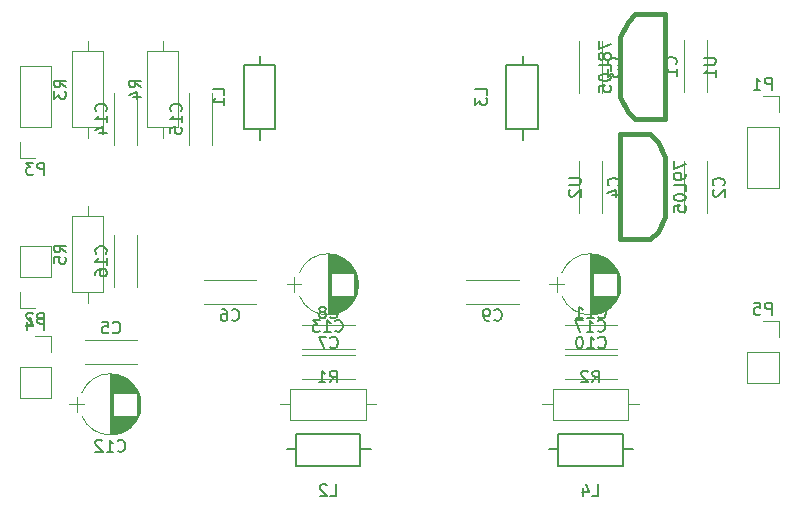
<source format=gbr>
G04 #@! TF.FileFunction,Legend,Bot*
%FSLAX46Y46*%
G04 Gerber Fmt 4.6, Leading zero omitted, Abs format (unit mm)*
G04 Created by KiCad (PCBNEW 4.0.6-e0-6349~53~ubuntu16.04.1) date Thu Apr 27 14:53:58 2017*
%MOMM*%
%LPD*%
G01*
G04 APERTURE LIST*
%ADD10C,0.100000*%
%ADD11C,0.150000*%
%ADD12C,0.120000*%
%ADD13C,0.381000*%
%ADD14C,0.203200*%
G04 APERTURE END LIST*
D10*
D11*
X35384740Y23495000D02*
X34622740Y23495000D01*
X40845740Y23495000D02*
X41734740Y23495000D01*
X35384740Y24765000D02*
X35384740Y22098000D01*
X35384740Y22098000D02*
X40845740Y22098000D01*
X40845740Y22098000D02*
X40845740Y24765000D01*
X40845740Y24765000D02*
X35384740Y24765000D01*
D12*
X16470000Y43215000D02*
X19090000Y43215000D01*
X19090000Y43215000D02*
X19090000Y36795000D01*
X19090000Y36795000D02*
X16470000Y36795000D01*
X16470000Y36795000D02*
X16470000Y43215000D01*
X17780000Y44105000D02*
X17780000Y43215000D01*
X17780000Y35905000D02*
X17780000Y36795000D01*
D11*
X32385000Y56055260D02*
X32385000Y56817260D01*
X32385000Y50594260D02*
X32385000Y49705260D01*
X33655000Y56055260D02*
X30988000Y56055260D01*
X30988000Y56055260D02*
X30988000Y50594260D01*
X30988000Y50594260D02*
X33655000Y50594260D01*
X33655000Y50594260D02*
X33655000Y56055260D01*
X54610000Y56055260D02*
X54610000Y56817260D01*
X54610000Y50594260D02*
X54610000Y49705260D01*
X55880000Y56055260D02*
X53213000Y56055260D01*
X53213000Y56055260D02*
X53213000Y50594260D01*
X53213000Y50594260D02*
X55880000Y50594260D01*
X55880000Y50594260D02*
X55880000Y56055260D01*
X57609740Y23495000D02*
X56847740Y23495000D01*
X63070740Y23495000D02*
X63959740Y23495000D01*
X57609740Y24765000D02*
X57609740Y22098000D01*
X57609740Y22098000D02*
X63070740Y22098000D01*
X63070740Y22098000D02*
X63070740Y24765000D01*
X63070740Y24765000D02*
X57609740Y24765000D01*
D12*
X76260000Y50800000D02*
X76260000Y45660000D01*
X76260000Y45660000D02*
X73600000Y45660000D01*
X73600000Y45660000D02*
X73600000Y50800000D01*
X73600000Y50800000D02*
X76260000Y50800000D01*
X76260000Y52070000D02*
X76260000Y53400000D01*
X76260000Y53400000D02*
X74930000Y53400000D01*
X12005000Y38100000D02*
X12005000Y40700000D01*
X12005000Y40700000D02*
X14665000Y40700000D01*
X14665000Y40700000D02*
X14665000Y38100000D01*
X14665000Y38100000D02*
X12005000Y38100000D01*
X12005000Y36830000D02*
X12005000Y35500000D01*
X12005000Y35500000D02*
X13335000Y35500000D01*
X12005000Y50800000D02*
X12005000Y55940000D01*
X12005000Y55940000D02*
X14665000Y55940000D01*
X14665000Y55940000D02*
X14665000Y50800000D01*
X14665000Y50800000D02*
X12005000Y50800000D01*
X12005000Y49530000D02*
X12005000Y48200000D01*
X12005000Y48200000D02*
X13335000Y48200000D01*
X14665000Y30480000D02*
X14665000Y27880000D01*
X14665000Y27880000D02*
X12005000Y27880000D01*
X12005000Y27880000D02*
X12005000Y30480000D01*
X12005000Y30480000D02*
X14665000Y30480000D01*
X14665000Y31750000D02*
X14665000Y33080000D01*
X14665000Y33080000D02*
X13335000Y33080000D01*
X76260000Y31750000D02*
X76260000Y29150000D01*
X76260000Y29150000D02*
X73600000Y29150000D01*
X73600000Y29150000D02*
X73600000Y31750000D01*
X73600000Y31750000D02*
X76260000Y31750000D01*
X76260000Y33020000D02*
X76260000Y34350000D01*
X76260000Y34350000D02*
X74930000Y34350000D01*
X68205000Y58130000D02*
X68205000Y53710000D01*
X70225000Y58130000D02*
X70225000Y53710000D01*
X68205000Y58130000D02*
X68219000Y58130000D01*
X70211000Y58130000D02*
X70225000Y58130000D01*
X68205000Y53710000D02*
X68219000Y53710000D01*
X70211000Y53710000D02*
X70225000Y53710000D01*
X70225000Y43470000D02*
X70225000Y47890000D01*
X68205000Y43470000D02*
X68205000Y47890000D01*
X70225000Y43470000D02*
X70211000Y43470000D01*
X68219000Y43470000D02*
X68205000Y43470000D01*
X70225000Y47890000D02*
X70211000Y47890000D01*
X68219000Y47890000D02*
X68205000Y47890000D01*
X61335000Y53630000D02*
X61335000Y58050000D01*
X59315000Y53630000D02*
X59315000Y58050000D01*
X61335000Y53630000D02*
X61321000Y53630000D01*
X59329000Y53630000D02*
X59315000Y53630000D01*
X61335000Y58050000D02*
X61321000Y58050000D01*
X59329000Y58050000D02*
X59315000Y58050000D01*
X61335000Y43470000D02*
X61335000Y47890000D01*
X59315000Y43470000D02*
X59315000Y47890000D01*
X61335000Y43470000D02*
X61321000Y43470000D01*
X59329000Y43470000D02*
X59315000Y43470000D01*
X61335000Y47890000D02*
X61321000Y47890000D01*
X59329000Y47890000D02*
X59315000Y47890000D01*
X21935000Y32760000D02*
X17515000Y32760000D01*
X21935000Y30740000D02*
X17515000Y30740000D01*
X21935000Y32760000D02*
X21935000Y32746000D01*
X21935000Y30754000D02*
X21935000Y30740000D01*
X17515000Y32760000D02*
X17515000Y32746000D01*
X17515000Y30754000D02*
X17515000Y30740000D01*
X27595000Y35820000D02*
X32015000Y35820000D01*
X27595000Y37840000D02*
X32015000Y37840000D01*
X27595000Y35820000D02*
X27595000Y35834000D01*
X27595000Y37826000D02*
X27595000Y37840000D01*
X32015000Y35820000D02*
X32015000Y35834000D01*
X32015000Y37826000D02*
X32015000Y37840000D01*
X40350000Y31490000D02*
X35930000Y31490000D01*
X40350000Y29470000D02*
X35930000Y29470000D01*
X40350000Y31490000D02*
X40350000Y31476000D01*
X40350000Y29484000D02*
X40350000Y29470000D01*
X35930000Y31490000D02*
X35930000Y31476000D01*
X35930000Y29484000D02*
X35930000Y29470000D01*
X40350000Y34030000D02*
X35930000Y34030000D01*
X40350000Y32010000D02*
X35930000Y32010000D01*
X40350000Y34030000D02*
X40350000Y34016000D01*
X40350000Y32024000D02*
X40350000Y32010000D01*
X35930000Y34030000D02*
X35930000Y34016000D01*
X35930000Y32024000D02*
X35930000Y32010000D01*
X49820000Y35820000D02*
X54240000Y35820000D01*
X49820000Y37840000D02*
X54240000Y37840000D01*
X49820000Y35820000D02*
X49820000Y35834000D01*
X49820000Y37826000D02*
X49820000Y37840000D01*
X54240000Y35820000D02*
X54240000Y35834000D01*
X54240000Y37826000D02*
X54240000Y37840000D01*
X62575000Y31490000D02*
X58155000Y31490000D01*
X62575000Y29470000D02*
X58155000Y29470000D01*
X62575000Y31490000D02*
X62575000Y31476000D01*
X62575000Y29484000D02*
X62575000Y29470000D01*
X58155000Y31490000D02*
X58155000Y31476000D01*
X58155000Y29484000D02*
X58155000Y29470000D01*
X62575000Y34030000D02*
X58155000Y34030000D01*
X62575000Y32010000D02*
X58155000Y32010000D01*
X62575000Y34030000D02*
X62575000Y34016000D01*
X62575000Y32024000D02*
X62575000Y32010000D01*
X58155000Y34030000D02*
X58155000Y34016000D01*
X58155000Y32024000D02*
X58155000Y32010000D01*
D13*
X66675000Y60325000D02*
X66675000Y51435000D01*
X66675000Y51435000D02*
X64135000Y51435000D01*
X64135000Y51435000D02*
X63500000Y52070000D01*
X63500000Y52070000D02*
X62865000Y53340000D01*
X62865000Y53340000D02*
X62865000Y58420000D01*
X62865000Y58420000D02*
X63500000Y59690000D01*
X63500000Y59690000D02*
X64135000Y60325000D01*
X64135000Y60325000D02*
X66675000Y60325000D01*
X62865000Y41275000D02*
X62865000Y50165000D01*
X62865000Y50165000D02*
X65405000Y50165000D01*
X65405000Y50165000D02*
X66040000Y49530000D01*
X66040000Y49530000D02*
X66675000Y48260000D01*
X66675000Y48260000D02*
X66675000Y43180000D01*
X66675000Y43180000D02*
X66040000Y41910000D01*
X66040000Y41910000D02*
X65405000Y41275000D01*
X65405000Y41275000D02*
X62865000Y41275000D01*
D12*
X22061863Y26323600D02*
G75*
G02X17267564Y26325000I-2396863J981400D01*
G01*
X22061863Y28286400D02*
G75*
G03X17267564Y28285000I-2396863J-981400D01*
G01*
X22061863Y28286400D02*
G75*
G02X22062436Y26325000I-2396863J-981400D01*
G01*
X19665000Y24755000D02*
X19665000Y29855000D01*
X19705000Y24755000D02*
X19705000Y29855000D01*
X19745000Y24756000D02*
X19745000Y29854000D01*
X19785000Y24757000D02*
X19785000Y29853000D01*
X19825000Y24759000D02*
X19825000Y29851000D01*
X19865000Y24762000D02*
X19865000Y29848000D01*
X19905000Y24766000D02*
X19905000Y29844000D01*
X19945000Y24770000D02*
X19945000Y26325000D01*
X19945000Y28285000D02*
X19945000Y29840000D01*
X19985000Y24774000D02*
X19985000Y26325000D01*
X19985000Y28285000D02*
X19985000Y29836000D01*
X20025000Y24780000D02*
X20025000Y26325000D01*
X20025000Y28285000D02*
X20025000Y29830000D01*
X20065000Y24786000D02*
X20065000Y26325000D01*
X20065000Y28285000D02*
X20065000Y29824000D01*
X20105000Y24792000D02*
X20105000Y26325000D01*
X20105000Y28285000D02*
X20105000Y29818000D01*
X20145000Y24799000D02*
X20145000Y26325000D01*
X20145000Y28285000D02*
X20145000Y29811000D01*
X20185000Y24807000D02*
X20185000Y26325000D01*
X20185000Y28285000D02*
X20185000Y29803000D01*
X20225000Y24816000D02*
X20225000Y26325000D01*
X20225000Y28285000D02*
X20225000Y29794000D01*
X20265000Y24825000D02*
X20265000Y26325000D01*
X20265000Y28285000D02*
X20265000Y29785000D01*
X20305000Y24835000D02*
X20305000Y26325000D01*
X20305000Y28285000D02*
X20305000Y29775000D01*
X20345000Y24845000D02*
X20345000Y26325000D01*
X20345000Y28285000D02*
X20345000Y29765000D01*
X20386000Y24857000D02*
X20386000Y26325000D01*
X20386000Y28285000D02*
X20386000Y29753000D01*
X20426000Y24869000D02*
X20426000Y26325000D01*
X20426000Y28285000D02*
X20426000Y29741000D01*
X20466000Y24881000D02*
X20466000Y26325000D01*
X20466000Y28285000D02*
X20466000Y29729000D01*
X20506000Y24895000D02*
X20506000Y26325000D01*
X20506000Y28285000D02*
X20506000Y29715000D01*
X20546000Y24909000D02*
X20546000Y26325000D01*
X20546000Y28285000D02*
X20546000Y29701000D01*
X20586000Y24923000D02*
X20586000Y26325000D01*
X20586000Y28285000D02*
X20586000Y29687000D01*
X20626000Y24939000D02*
X20626000Y26325000D01*
X20626000Y28285000D02*
X20626000Y29671000D01*
X20666000Y24955000D02*
X20666000Y26325000D01*
X20666000Y28285000D02*
X20666000Y29655000D01*
X20706000Y24972000D02*
X20706000Y26325000D01*
X20706000Y28285000D02*
X20706000Y29638000D01*
X20746000Y24990000D02*
X20746000Y26325000D01*
X20746000Y28285000D02*
X20746000Y29620000D01*
X20786000Y25009000D02*
X20786000Y26325000D01*
X20786000Y28285000D02*
X20786000Y29601000D01*
X20826000Y25029000D02*
X20826000Y26325000D01*
X20826000Y28285000D02*
X20826000Y29581000D01*
X20866000Y25049000D02*
X20866000Y26325000D01*
X20866000Y28285000D02*
X20866000Y29561000D01*
X20906000Y25071000D02*
X20906000Y26325000D01*
X20906000Y28285000D02*
X20906000Y29539000D01*
X20946000Y25093000D02*
X20946000Y26325000D01*
X20946000Y28285000D02*
X20946000Y29517000D01*
X20986000Y25116000D02*
X20986000Y26325000D01*
X20986000Y28285000D02*
X20986000Y29494000D01*
X21026000Y25140000D02*
X21026000Y26325000D01*
X21026000Y28285000D02*
X21026000Y29470000D01*
X21066000Y25165000D02*
X21066000Y26325000D01*
X21066000Y28285000D02*
X21066000Y29445000D01*
X21106000Y25192000D02*
X21106000Y26325000D01*
X21106000Y28285000D02*
X21106000Y29418000D01*
X21146000Y25219000D02*
X21146000Y26325000D01*
X21146000Y28285000D02*
X21146000Y29391000D01*
X21186000Y25247000D02*
X21186000Y26325000D01*
X21186000Y28285000D02*
X21186000Y29363000D01*
X21226000Y25277000D02*
X21226000Y26325000D01*
X21226000Y28285000D02*
X21226000Y29333000D01*
X21266000Y25308000D02*
X21266000Y26325000D01*
X21266000Y28285000D02*
X21266000Y29302000D01*
X21306000Y25340000D02*
X21306000Y26325000D01*
X21306000Y28285000D02*
X21306000Y29270000D01*
X21346000Y25373000D02*
X21346000Y26325000D01*
X21346000Y28285000D02*
X21346000Y29237000D01*
X21386000Y25408000D02*
X21386000Y26325000D01*
X21386000Y28285000D02*
X21386000Y29202000D01*
X21426000Y25444000D02*
X21426000Y26325000D01*
X21426000Y28285000D02*
X21426000Y29166000D01*
X21466000Y25482000D02*
X21466000Y26325000D01*
X21466000Y28285000D02*
X21466000Y29128000D01*
X21506000Y25522000D02*
X21506000Y26325000D01*
X21506000Y28285000D02*
X21506000Y29088000D01*
X21546000Y25563000D02*
X21546000Y26325000D01*
X21546000Y28285000D02*
X21546000Y29047000D01*
X21586000Y25606000D02*
X21586000Y26325000D01*
X21586000Y28285000D02*
X21586000Y29004000D01*
X21626000Y25651000D02*
X21626000Y26325000D01*
X21626000Y28285000D02*
X21626000Y28959000D01*
X21666000Y25699000D02*
X21666000Y26325000D01*
X21666000Y28285000D02*
X21666000Y28911000D01*
X21706000Y25749000D02*
X21706000Y26325000D01*
X21706000Y28285000D02*
X21706000Y28861000D01*
X21746000Y25801000D02*
X21746000Y26325000D01*
X21746000Y28285000D02*
X21746000Y28809000D01*
X21786000Y25857000D02*
X21786000Y26325000D01*
X21786000Y28285000D02*
X21786000Y28753000D01*
X21826000Y25915000D02*
X21826000Y26325000D01*
X21826000Y28285000D02*
X21826000Y28695000D01*
X21866000Y25978000D02*
X21866000Y26325000D01*
X21866000Y28285000D02*
X21866000Y28632000D01*
X21906000Y26044000D02*
X21906000Y28566000D01*
X21946000Y26116000D02*
X21946000Y28494000D01*
X21986000Y26193000D02*
X21986000Y28417000D01*
X22026000Y26277000D02*
X22026000Y28333000D01*
X22066000Y26371000D02*
X22066000Y28239000D01*
X22106000Y26476000D02*
X22106000Y28134000D01*
X22146000Y26598000D02*
X22146000Y28012000D01*
X22186000Y26746000D02*
X22186000Y27864000D01*
X22226000Y26951000D02*
X22226000Y27659000D01*
X16215000Y27305000D02*
X17415000Y27305000D01*
X16815000Y26655000D02*
X16815000Y27955000D01*
X40476863Y36483600D02*
G75*
G02X35682564Y36485000I-2396863J981400D01*
G01*
X40476863Y38446400D02*
G75*
G03X35682564Y38445000I-2396863J-981400D01*
G01*
X40476863Y38446400D02*
G75*
G02X40477436Y36485000I-2396863J-981400D01*
G01*
X38080000Y34915000D02*
X38080000Y40015000D01*
X38120000Y34915000D02*
X38120000Y40015000D01*
X38160000Y34916000D02*
X38160000Y40014000D01*
X38200000Y34917000D02*
X38200000Y40013000D01*
X38240000Y34919000D02*
X38240000Y40011000D01*
X38280000Y34922000D02*
X38280000Y40008000D01*
X38320000Y34926000D02*
X38320000Y40004000D01*
X38360000Y34930000D02*
X38360000Y36485000D01*
X38360000Y38445000D02*
X38360000Y40000000D01*
X38400000Y34934000D02*
X38400000Y36485000D01*
X38400000Y38445000D02*
X38400000Y39996000D01*
X38440000Y34940000D02*
X38440000Y36485000D01*
X38440000Y38445000D02*
X38440000Y39990000D01*
X38480000Y34946000D02*
X38480000Y36485000D01*
X38480000Y38445000D02*
X38480000Y39984000D01*
X38520000Y34952000D02*
X38520000Y36485000D01*
X38520000Y38445000D02*
X38520000Y39978000D01*
X38560000Y34959000D02*
X38560000Y36485000D01*
X38560000Y38445000D02*
X38560000Y39971000D01*
X38600000Y34967000D02*
X38600000Y36485000D01*
X38600000Y38445000D02*
X38600000Y39963000D01*
X38640000Y34976000D02*
X38640000Y36485000D01*
X38640000Y38445000D02*
X38640000Y39954000D01*
X38680000Y34985000D02*
X38680000Y36485000D01*
X38680000Y38445000D02*
X38680000Y39945000D01*
X38720000Y34995000D02*
X38720000Y36485000D01*
X38720000Y38445000D02*
X38720000Y39935000D01*
X38760000Y35005000D02*
X38760000Y36485000D01*
X38760000Y38445000D02*
X38760000Y39925000D01*
X38801000Y35017000D02*
X38801000Y36485000D01*
X38801000Y38445000D02*
X38801000Y39913000D01*
X38841000Y35029000D02*
X38841000Y36485000D01*
X38841000Y38445000D02*
X38841000Y39901000D01*
X38881000Y35041000D02*
X38881000Y36485000D01*
X38881000Y38445000D02*
X38881000Y39889000D01*
X38921000Y35055000D02*
X38921000Y36485000D01*
X38921000Y38445000D02*
X38921000Y39875000D01*
X38961000Y35069000D02*
X38961000Y36485000D01*
X38961000Y38445000D02*
X38961000Y39861000D01*
X39001000Y35083000D02*
X39001000Y36485000D01*
X39001000Y38445000D02*
X39001000Y39847000D01*
X39041000Y35099000D02*
X39041000Y36485000D01*
X39041000Y38445000D02*
X39041000Y39831000D01*
X39081000Y35115000D02*
X39081000Y36485000D01*
X39081000Y38445000D02*
X39081000Y39815000D01*
X39121000Y35132000D02*
X39121000Y36485000D01*
X39121000Y38445000D02*
X39121000Y39798000D01*
X39161000Y35150000D02*
X39161000Y36485000D01*
X39161000Y38445000D02*
X39161000Y39780000D01*
X39201000Y35169000D02*
X39201000Y36485000D01*
X39201000Y38445000D02*
X39201000Y39761000D01*
X39241000Y35189000D02*
X39241000Y36485000D01*
X39241000Y38445000D02*
X39241000Y39741000D01*
X39281000Y35209000D02*
X39281000Y36485000D01*
X39281000Y38445000D02*
X39281000Y39721000D01*
X39321000Y35231000D02*
X39321000Y36485000D01*
X39321000Y38445000D02*
X39321000Y39699000D01*
X39361000Y35253000D02*
X39361000Y36485000D01*
X39361000Y38445000D02*
X39361000Y39677000D01*
X39401000Y35276000D02*
X39401000Y36485000D01*
X39401000Y38445000D02*
X39401000Y39654000D01*
X39441000Y35300000D02*
X39441000Y36485000D01*
X39441000Y38445000D02*
X39441000Y39630000D01*
X39481000Y35325000D02*
X39481000Y36485000D01*
X39481000Y38445000D02*
X39481000Y39605000D01*
X39521000Y35352000D02*
X39521000Y36485000D01*
X39521000Y38445000D02*
X39521000Y39578000D01*
X39561000Y35379000D02*
X39561000Y36485000D01*
X39561000Y38445000D02*
X39561000Y39551000D01*
X39601000Y35407000D02*
X39601000Y36485000D01*
X39601000Y38445000D02*
X39601000Y39523000D01*
X39641000Y35437000D02*
X39641000Y36485000D01*
X39641000Y38445000D02*
X39641000Y39493000D01*
X39681000Y35468000D02*
X39681000Y36485000D01*
X39681000Y38445000D02*
X39681000Y39462000D01*
X39721000Y35500000D02*
X39721000Y36485000D01*
X39721000Y38445000D02*
X39721000Y39430000D01*
X39761000Y35533000D02*
X39761000Y36485000D01*
X39761000Y38445000D02*
X39761000Y39397000D01*
X39801000Y35568000D02*
X39801000Y36485000D01*
X39801000Y38445000D02*
X39801000Y39362000D01*
X39841000Y35604000D02*
X39841000Y36485000D01*
X39841000Y38445000D02*
X39841000Y39326000D01*
X39881000Y35642000D02*
X39881000Y36485000D01*
X39881000Y38445000D02*
X39881000Y39288000D01*
X39921000Y35682000D02*
X39921000Y36485000D01*
X39921000Y38445000D02*
X39921000Y39248000D01*
X39961000Y35723000D02*
X39961000Y36485000D01*
X39961000Y38445000D02*
X39961000Y39207000D01*
X40001000Y35766000D02*
X40001000Y36485000D01*
X40001000Y38445000D02*
X40001000Y39164000D01*
X40041000Y35811000D02*
X40041000Y36485000D01*
X40041000Y38445000D02*
X40041000Y39119000D01*
X40081000Y35859000D02*
X40081000Y36485000D01*
X40081000Y38445000D02*
X40081000Y39071000D01*
X40121000Y35909000D02*
X40121000Y36485000D01*
X40121000Y38445000D02*
X40121000Y39021000D01*
X40161000Y35961000D02*
X40161000Y36485000D01*
X40161000Y38445000D02*
X40161000Y38969000D01*
X40201000Y36017000D02*
X40201000Y36485000D01*
X40201000Y38445000D02*
X40201000Y38913000D01*
X40241000Y36075000D02*
X40241000Y36485000D01*
X40241000Y38445000D02*
X40241000Y38855000D01*
X40281000Y36138000D02*
X40281000Y36485000D01*
X40281000Y38445000D02*
X40281000Y38792000D01*
X40321000Y36204000D02*
X40321000Y38726000D01*
X40361000Y36276000D02*
X40361000Y38654000D01*
X40401000Y36353000D02*
X40401000Y38577000D01*
X40441000Y36437000D02*
X40441000Y38493000D01*
X40481000Y36531000D02*
X40481000Y38399000D01*
X40521000Y36636000D02*
X40521000Y38294000D01*
X40561000Y36758000D02*
X40561000Y38172000D01*
X40601000Y36906000D02*
X40601000Y38024000D01*
X40641000Y37111000D02*
X40641000Y37819000D01*
X34630000Y37465000D02*
X35830000Y37465000D01*
X35230000Y36815000D02*
X35230000Y38115000D01*
X19945000Y53685000D02*
X19945000Y49265000D01*
X21965000Y53685000D02*
X21965000Y49265000D01*
X19945000Y53685000D02*
X19959000Y53685000D01*
X21951000Y53685000D02*
X21965000Y53685000D01*
X19945000Y49265000D02*
X19959000Y49265000D01*
X21951000Y49265000D02*
X21965000Y49265000D01*
X26295000Y53685000D02*
X26295000Y49265000D01*
X28315000Y53685000D02*
X28315000Y49265000D01*
X26295000Y53685000D02*
X26309000Y53685000D01*
X28301000Y53685000D02*
X28315000Y53685000D01*
X26295000Y49265000D02*
X26309000Y49265000D01*
X28301000Y49265000D02*
X28315000Y49265000D01*
X19945000Y41620000D02*
X19945000Y37200000D01*
X21965000Y41620000D02*
X21965000Y37200000D01*
X19945000Y41620000D02*
X19959000Y41620000D01*
X21951000Y41620000D02*
X21965000Y41620000D01*
X19945000Y37200000D02*
X19959000Y37200000D01*
X21951000Y37200000D02*
X21965000Y37200000D01*
X62701863Y36483600D02*
G75*
G02X57907564Y36485000I-2396863J981400D01*
G01*
X62701863Y38446400D02*
G75*
G03X57907564Y38445000I-2396863J-981400D01*
G01*
X62701863Y38446400D02*
G75*
G02X62702436Y36485000I-2396863J-981400D01*
G01*
X60305000Y34915000D02*
X60305000Y40015000D01*
X60345000Y34915000D02*
X60345000Y40015000D01*
X60385000Y34916000D02*
X60385000Y40014000D01*
X60425000Y34917000D02*
X60425000Y40013000D01*
X60465000Y34919000D02*
X60465000Y40011000D01*
X60505000Y34922000D02*
X60505000Y40008000D01*
X60545000Y34926000D02*
X60545000Y40004000D01*
X60585000Y34930000D02*
X60585000Y36485000D01*
X60585000Y38445000D02*
X60585000Y40000000D01*
X60625000Y34934000D02*
X60625000Y36485000D01*
X60625000Y38445000D02*
X60625000Y39996000D01*
X60665000Y34940000D02*
X60665000Y36485000D01*
X60665000Y38445000D02*
X60665000Y39990000D01*
X60705000Y34946000D02*
X60705000Y36485000D01*
X60705000Y38445000D02*
X60705000Y39984000D01*
X60745000Y34952000D02*
X60745000Y36485000D01*
X60745000Y38445000D02*
X60745000Y39978000D01*
X60785000Y34959000D02*
X60785000Y36485000D01*
X60785000Y38445000D02*
X60785000Y39971000D01*
X60825000Y34967000D02*
X60825000Y36485000D01*
X60825000Y38445000D02*
X60825000Y39963000D01*
X60865000Y34976000D02*
X60865000Y36485000D01*
X60865000Y38445000D02*
X60865000Y39954000D01*
X60905000Y34985000D02*
X60905000Y36485000D01*
X60905000Y38445000D02*
X60905000Y39945000D01*
X60945000Y34995000D02*
X60945000Y36485000D01*
X60945000Y38445000D02*
X60945000Y39935000D01*
X60985000Y35005000D02*
X60985000Y36485000D01*
X60985000Y38445000D02*
X60985000Y39925000D01*
X61026000Y35017000D02*
X61026000Y36485000D01*
X61026000Y38445000D02*
X61026000Y39913000D01*
X61066000Y35029000D02*
X61066000Y36485000D01*
X61066000Y38445000D02*
X61066000Y39901000D01*
X61106000Y35041000D02*
X61106000Y36485000D01*
X61106000Y38445000D02*
X61106000Y39889000D01*
X61146000Y35055000D02*
X61146000Y36485000D01*
X61146000Y38445000D02*
X61146000Y39875000D01*
X61186000Y35069000D02*
X61186000Y36485000D01*
X61186000Y38445000D02*
X61186000Y39861000D01*
X61226000Y35083000D02*
X61226000Y36485000D01*
X61226000Y38445000D02*
X61226000Y39847000D01*
X61266000Y35099000D02*
X61266000Y36485000D01*
X61266000Y38445000D02*
X61266000Y39831000D01*
X61306000Y35115000D02*
X61306000Y36485000D01*
X61306000Y38445000D02*
X61306000Y39815000D01*
X61346000Y35132000D02*
X61346000Y36485000D01*
X61346000Y38445000D02*
X61346000Y39798000D01*
X61386000Y35150000D02*
X61386000Y36485000D01*
X61386000Y38445000D02*
X61386000Y39780000D01*
X61426000Y35169000D02*
X61426000Y36485000D01*
X61426000Y38445000D02*
X61426000Y39761000D01*
X61466000Y35189000D02*
X61466000Y36485000D01*
X61466000Y38445000D02*
X61466000Y39741000D01*
X61506000Y35209000D02*
X61506000Y36485000D01*
X61506000Y38445000D02*
X61506000Y39721000D01*
X61546000Y35231000D02*
X61546000Y36485000D01*
X61546000Y38445000D02*
X61546000Y39699000D01*
X61586000Y35253000D02*
X61586000Y36485000D01*
X61586000Y38445000D02*
X61586000Y39677000D01*
X61626000Y35276000D02*
X61626000Y36485000D01*
X61626000Y38445000D02*
X61626000Y39654000D01*
X61666000Y35300000D02*
X61666000Y36485000D01*
X61666000Y38445000D02*
X61666000Y39630000D01*
X61706000Y35325000D02*
X61706000Y36485000D01*
X61706000Y38445000D02*
X61706000Y39605000D01*
X61746000Y35352000D02*
X61746000Y36485000D01*
X61746000Y38445000D02*
X61746000Y39578000D01*
X61786000Y35379000D02*
X61786000Y36485000D01*
X61786000Y38445000D02*
X61786000Y39551000D01*
X61826000Y35407000D02*
X61826000Y36485000D01*
X61826000Y38445000D02*
X61826000Y39523000D01*
X61866000Y35437000D02*
X61866000Y36485000D01*
X61866000Y38445000D02*
X61866000Y39493000D01*
X61906000Y35468000D02*
X61906000Y36485000D01*
X61906000Y38445000D02*
X61906000Y39462000D01*
X61946000Y35500000D02*
X61946000Y36485000D01*
X61946000Y38445000D02*
X61946000Y39430000D01*
X61986000Y35533000D02*
X61986000Y36485000D01*
X61986000Y38445000D02*
X61986000Y39397000D01*
X62026000Y35568000D02*
X62026000Y36485000D01*
X62026000Y38445000D02*
X62026000Y39362000D01*
X62066000Y35604000D02*
X62066000Y36485000D01*
X62066000Y38445000D02*
X62066000Y39326000D01*
X62106000Y35642000D02*
X62106000Y36485000D01*
X62106000Y38445000D02*
X62106000Y39288000D01*
X62146000Y35682000D02*
X62146000Y36485000D01*
X62146000Y38445000D02*
X62146000Y39248000D01*
X62186000Y35723000D02*
X62186000Y36485000D01*
X62186000Y38445000D02*
X62186000Y39207000D01*
X62226000Y35766000D02*
X62226000Y36485000D01*
X62226000Y38445000D02*
X62226000Y39164000D01*
X62266000Y35811000D02*
X62266000Y36485000D01*
X62266000Y38445000D02*
X62266000Y39119000D01*
X62306000Y35859000D02*
X62306000Y36485000D01*
X62306000Y38445000D02*
X62306000Y39071000D01*
X62346000Y35909000D02*
X62346000Y36485000D01*
X62346000Y38445000D02*
X62346000Y39021000D01*
X62386000Y35961000D02*
X62386000Y36485000D01*
X62386000Y38445000D02*
X62386000Y38969000D01*
X62426000Y36017000D02*
X62426000Y36485000D01*
X62426000Y38445000D02*
X62426000Y38913000D01*
X62466000Y36075000D02*
X62466000Y36485000D01*
X62466000Y38445000D02*
X62466000Y38855000D01*
X62506000Y36138000D02*
X62506000Y36485000D01*
X62506000Y38445000D02*
X62506000Y38792000D01*
X62546000Y36204000D02*
X62546000Y38726000D01*
X62586000Y36276000D02*
X62586000Y38654000D01*
X62626000Y36353000D02*
X62626000Y38577000D01*
X62666000Y36437000D02*
X62666000Y38493000D01*
X62706000Y36531000D02*
X62706000Y38399000D01*
X62746000Y36636000D02*
X62746000Y38294000D01*
X62786000Y36758000D02*
X62786000Y38172000D01*
X62826000Y36906000D02*
X62826000Y38024000D01*
X62866000Y37111000D02*
X62866000Y37819000D01*
X56855000Y37465000D02*
X58055000Y37465000D01*
X57455000Y36815000D02*
X57455000Y38115000D01*
X41310000Y28615000D02*
X41310000Y25995000D01*
X41310000Y25995000D02*
X34890000Y25995000D01*
X34890000Y25995000D02*
X34890000Y28615000D01*
X34890000Y28615000D02*
X41310000Y28615000D01*
X42200000Y27305000D02*
X41310000Y27305000D01*
X34000000Y27305000D02*
X34890000Y27305000D01*
X63535000Y28615000D02*
X63535000Y25995000D01*
X63535000Y25995000D02*
X57115000Y25995000D01*
X57115000Y25995000D02*
X57115000Y28615000D01*
X57115000Y28615000D02*
X63535000Y28615000D01*
X64425000Y27305000D02*
X63535000Y27305000D01*
X56225000Y27305000D02*
X57115000Y27305000D01*
X16470000Y57185000D02*
X19090000Y57185000D01*
X19090000Y57185000D02*
X19090000Y50765000D01*
X19090000Y50765000D02*
X16470000Y50765000D01*
X16470000Y50765000D02*
X16470000Y57185000D01*
X17780000Y58075000D02*
X17780000Y57185000D01*
X17780000Y49875000D02*
X17780000Y50765000D01*
X22820000Y57185000D02*
X25440000Y57185000D01*
X25440000Y57185000D02*
X25440000Y50765000D01*
X25440000Y50765000D02*
X22820000Y50765000D01*
X22820000Y50765000D02*
X22820000Y57185000D01*
X24130000Y58075000D02*
X24130000Y57185000D01*
X24130000Y49875000D02*
X24130000Y50765000D01*
D11*
X38266666Y19542499D02*
X38742857Y19542499D01*
X38742857Y20542499D01*
X37980952Y20447261D02*
X37933333Y20494880D01*
X37838095Y20542499D01*
X37599999Y20542499D01*
X37504761Y20494880D01*
X37457142Y20447261D01*
X37409523Y20352023D01*
X37409523Y20256785D01*
X37457142Y20113928D01*
X38028571Y19542499D01*
X37409523Y19542499D01*
X15922381Y40171666D02*
X15446190Y40505000D01*
X15922381Y40743095D02*
X14922381Y40743095D01*
X14922381Y40362142D01*
X14970000Y40266904D01*
X15017619Y40219285D01*
X15112857Y40171666D01*
X15255714Y40171666D01*
X15350952Y40219285D01*
X15398571Y40266904D01*
X15446190Y40362142D01*
X15446190Y40743095D01*
X14922381Y39266904D02*
X14922381Y39743095D01*
X15398571Y39790714D01*
X15350952Y39743095D01*
X15303333Y39647857D01*
X15303333Y39409761D01*
X15350952Y39314523D01*
X15398571Y39266904D01*
X15493810Y39219285D01*
X15731905Y39219285D01*
X15827143Y39266904D01*
X15874762Y39314523D01*
X15922381Y39409761D01*
X15922381Y39647857D01*
X15874762Y39743095D01*
X15827143Y39790714D01*
X29337261Y53506666D02*
X29337261Y53982857D01*
X28337261Y53982857D01*
X29337261Y52649523D02*
X29337261Y53220952D01*
X29337261Y52935238D02*
X28337261Y52935238D01*
X28480118Y53030476D01*
X28575356Y53125714D01*
X28622975Y53220952D01*
X51562261Y53506666D02*
X51562261Y53982857D01*
X50562261Y53982857D01*
X50562261Y53268571D02*
X50562261Y52649523D01*
X50943213Y52982857D01*
X50943213Y52839999D01*
X50990832Y52744761D01*
X51038451Y52697142D01*
X51133690Y52649523D01*
X51371785Y52649523D01*
X51467023Y52697142D01*
X51514642Y52744761D01*
X51562261Y52839999D01*
X51562261Y53125714D01*
X51514642Y53220952D01*
X51467023Y53268571D01*
X60491666Y19542499D02*
X60967857Y19542499D01*
X60967857Y20542499D01*
X59729761Y20209166D02*
X59729761Y19542499D01*
X59967857Y20590118D02*
X60205952Y19875832D01*
X59586904Y19875832D01*
X75668095Y53947619D02*
X75668095Y54947619D01*
X75287142Y54947619D01*
X75191904Y54900000D01*
X75144285Y54852381D01*
X75096666Y54757143D01*
X75096666Y54614286D01*
X75144285Y54519048D01*
X75191904Y54471429D01*
X75287142Y54423810D01*
X75668095Y54423810D01*
X74144285Y53947619D02*
X74715714Y53947619D01*
X74430000Y53947619D02*
X74430000Y54947619D01*
X74525238Y54804762D01*
X74620476Y54709524D01*
X74715714Y54661905D01*
X14073095Y34047619D02*
X14073095Y35047619D01*
X13692142Y35047619D01*
X13596904Y35000000D01*
X13549285Y34952381D01*
X13501666Y34857143D01*
X13501666Y34714286D01*
X13549285Y34619048D01*
X13596904Y34571429D01*
X13692142Y34523810D01*
X14073095Y34523810D01*
X13120714Y34952381D02*
X13073095Y35000000D01*
X12977857Y35047619D01*
X12739761Y35047619D01*
X12644523Y35000000D01*
X12596904Y34952381D01*
X12549285Y34857143D01*
X12549285Y34761905D01*
X12596904Y34619048D01*
X13168333Y34047619D01*
X12549285Y34047619D01*
X14073095Y46747619D02*
X14073095Y47747619D01*
X13692142Y47747619D01*
X13596904Y47700000D01*
X13549285Y47652381D01*
X13501666Y47557143D01*
X13501666Y47414286D01*
X13549285Y47319048D01*
X13596904Y47271429D01*
X13692142Y47223810D01*
X14073095Y47223810D01*
X13168333Y47747619D02*
X12549285Y47747619D01*
X12882619Y47366667D01*
X12739761Y47366667D01*
X12644523Y47319048D01*
X12596904Y47271429D01*
X12549285Y47176190D01*
X12549285Y46938095D01*
X12596904Y46842857D01*
X12644523Y46795238D01*
X12739761Y46747619D01*
X13025476Y46747619D01*
X13120714Y46795238D01*
X13168333Y46842857D01*
X14073095Y33627619D02*
X14073095Y34627619D01*
X13692142Y34627619D01*
X13596904Y34580000D01*
X13549285Y34532381D01*
X13501666Y34437143D01*
X13501666Y34294286D01*
X13549285Y34199048D01*
X13596904Y34151429D01*
X13692142Y34103810D01*
X14073095Y34103810D01*
X12644523Y34294286D02*
X12644523Y33627619D01*
X12882619Y34675238D02*
X13120714Y33960952D01*
X12501666Y33960952D01*
X75668095Y34897619D02*
X75668095Y35897619D01*
X75287142Y35897619D01*
X75191904Y35850000D01*
X75144285Y35802381D01*
X75096666Y35707143D01*
X75096666Y35564286D01*
X75144285Y35469048D01*
X75191904Y35421429D01*
X75287142Y35373810D01*
X75668095Y35373810D01*
X74191904Y35897619D02*
X74668095Y35897619D01*
X74715714Y35421429D01*
X74668095Y35469048D01*
X74572857Y35516667D01*
X74334761Y35516667D01*
X74239523Y35469048D01*
X74191904Y35421429D01*
X74144285Y35326190D01*
X74144285Y35088095D01*
X74191904Y34992857D01*
X74239523Y34945238D01*
X74334761Y34897619D01*
X74572857Y34897619D01*
X74668095Y34945238D01*
X74715714Y34992857D01*
X67562143Y56086666D02*
X67609762Y56134285D01*
X67657381Y56277142D01*
X67657381Y56372380D01*
X67609762Y56515238D01*
X67514524Y56610476D01*
X67419286Y56658095D01*
X67228810Y56705714D01*
X67085952Y56705714D01*
X66895476Y56658095D01*
X66800238Y56610476D01*
X66705000Y56515238D01*
X66657381Y56372380D01*
X66657381Y56277142D01*
X66705000Y56134285D01*
X66752619Y56086666D01*
X67657381Y55134285D02*
X67657381Y55705714D01*
X67657381Y55420000D02*
X66657381Y55420000D01*
X66800238Y55515238D01*
X66895476Y55610476D01*
X66943095Y55705714D01*
X71582143Y45846666D02*
X71629762Y45894285D01*
X71677381Y46037142D01*
X71677381Y46132380D01*
X71629762Y46275238D01*
X71534524Y46370476D01*
X71439286Y46418095D01*
X71248810Y46465714D01*
X71105952Y46465714D01*
X70915476Y46418095D01*
X70820238Y46370476D01*
X70725000Y46275238D01*
X70677381Y46132380D01*
X70677381Y46037142D01*
X70725000Y45894285D01*
X70772619Y45846666D01*
X70772619Y45465714D02*
X70725000Y45418095D01*
X70677381Y45322857D01*
X70677381Y45084761D01*
X70725000Y44989523D01*
X70772619Y44941904D01*
X70867857Y44894285D01*
X70963095Y44894285D01*
X71105952Y44941904D01*
X71677381Y45513333D01*
X71677381Y44894285D01*
X62692143Y56006666D02*
X62739762Y56054285D01*
X62787381Y56197142D01*
X62787381Y56292380D01*
X62739762Y56435238D01*
X62644524Y56530476D01*
X62549286Y56578095D01*
X62358810Y56625714D01*
X62215952Y56625714D01*
X62025476Y56578095D01*
X61930238Y56530476D01*
X61835000Y56435238D01*
X61787381Y56292380D01*
X61787381Y56197142D01*
X61835000Y56054285D01*
X61882619Y56006666D01*
X61787381Y55673333D02*
X61787381Y55054285D01*
X62168333Y55387619D01*
X62168333Y55244761D01*
X62215952Y55149523D01*
X62263571Y55101904D01*
X62358810Y55054285D01*
X62596905Y55054285D01*
X62692143Y55101904D01*
X62739762Y55149523D01*
X62787381Y55244761D01*
X62787381Y55530476D01*
X62739762Y55625714D01*
X62692143Y55673333D01*
X62692143Y45846666D02*
X62739762Y45894285D01*
X62787381Y46037142D01*
X62787381Y46132380D01*
X62739762Y46275238D01*
X62644524Y46370476D01*
X62549286Y46418095D01*
X62358810Y46465714D01*
X62215952Y46465714D01*
X62025476Y46418095D01*
X61930238Y46370476D01*
X61835000Y46275238D01*
X61787381Y46132380D01*
X61787381Y46037142D01*
X61835000Y45894285D01*
X61882619Y45846666D01*
X62120714Y44989523D02*
X62787381Y44989523D01*
X61739762Y45227619D02*
X62454048Y45465714D01*
X62454048Y44846666D01*
X19891666Y33402857D02*
X19939285Y33355238D01*
X20082142Y33307619D01*
X20177380Y33307619D01*
X20320238Y33355238D01*
X20415476Y33450476D01*
X20463095Y33545714D01*
X20510714Y33736190D01*
X20510714Y33879048D01*
X20463095Y34069524D01*
X20415476Y34164762D01*
X20320238Y34260000D01*
X20177380Y34307619D01*
X20082142Y34307619D01*
X19939285Y34260000D01*
X19891666Y34212381D01*
X18986904Y34307619D02*
X19463095Y34307619D01*
X19510714Y33831429D01*
X19463095Y33879048D01*
X19367857Y33926667D01*
X19129761Y33926667D01*
X19034523Y33879048D01*
X18986904Y33831429D01*
X18939285Y33736190D01*
X18939285Y33498095D01*
X18986904Y33402857D01*
X19034523Y33355238D01*
X19129761Y33307619D01*
X19367857Y33307619D01*
X19463095Y33355238D01*
X19510714Y33402857D01*
X29971666Y34462857D02*
X30019285Y34415238D01*
X30162142Y34367619D01*
X30257380Y34367619D01*
X30400238Y34415238D01*
X30495476Y34510476D01*
X30543095Y34605714D01*
X30590714Y34796190D01*
X30590714Y34939048D01*
X30543095Y35129524D01*
X30495476Y35224762D01*
X30400238Y35320000D01*
X30257380Y35367619D01*
X30162142Y35367619D01*
X30019285Y35320000D01*
X29971666Y35272381D01*
X29114523Y35367619D02*
X29305000Y35367619D01*
X29400238Y35320000D01*
X29447857Y35272381D01*
X29543095Y35129524D01*
X29590714Y34939048D01*
X29590714Y34558095D01*
X29543095Y34462857D01*
X29495476Y34415238D01*
X29400238Y34367619D01*
X29209761Y34367619D01*
X29114523Y34415238D01*
X29066904Y34462857D01*
X29019285Y34558095D01*
X29019285Y34796190D01*
X29066904Y34891429D01*
X29114523Y34939048D01*
X29209761Y34986667D01*
X29400238Y34986667D01*
X29495476Y34939048D01*
X29543095Y34891429D01*
X29590714Y34796190D01*
X38306666Y32132857D02*
X38354285Y32085238D01*
X38497142Y32037619D01*
X38592380Y32037619D01*
X38735238Y32085238D01*
X38830476Y32180476D01*
X38878095Y32275714D01*
X38925714Y32466190D01*
X38925714Y32609048D01*
X38878095Y32799524D01*
X38830476Y32894762D01*
X38735238Y32990000D01*
X38592380Y33037619D01*
X38497142Y33037619D01*
X38354285Y32990000D01*
X38306666Y32942381D01*
X37973333Y33037619D02*
X37306666Y33037619D01*
X37735238Y32037619D01*
X38306666Y34672857D02*
X38354285Y34625238D01*
X38497142Y34577619D01*
X38592380Y34577619D01*
X38735238Y34625238D01*
X38830476Y34720476D01*
X38878095Y34815714D01*
X38925714Y35006190D01*
X38925714Y35149048D01*
X38878095Y35339524D01*
X38830476Y35434762D01*
X38735238Y35530000D01*
X38592380Y35577619D01*
X38497142Y35577619D01*
X38354285Y35530000D01*
X38306666Y35482381D01*
X37735238Y35149048D02*
X37830476Y35196667D01*
X37878095Y35244286D01*
X37925714Y35339524D01*
X37925714Y35387143D01*
X37878095Y35482381D01*
X37830476Y35530000D01*
X37735238Y35577619D01*
X37544761Y35577619D01*
X37449523Y35530000D01*
X37401904Y35482381D01*
X37354285Y35387143D01*
X37354285Y35339524D01*
X37401904Y35244286D01*
X37449523Y35196667D01*
X37544761Y35149048D01*
X37735238Y35149048D01*
X37830476Y35101429D01*
X37878095Y35053810D01*
X37925714Y34958571D01*
X37925714Y34768095D01*
X37878095Y34672857D01*
X37830476Y34625238D01*
X37735238Y34577619D01*
X37544761Y34577619D01*
X37449523Y34625238D01*
X37401904Y34672857D01*
X37354285Y34768095D01*
X37354285Y34958571D01*
X37401904Y35053810D01*
X37449523Y35101429D01*
X37544761Y35149048D01*
X52196666Y34462857D02*
X52244285Y34415238D01*
X52387142Y34367619D01*
X52482380Y34367619D01*
X52625238Y34415238D01*
X52720476Y34510476D01*
X52768095Y34605714D01*
X52815714Y34796190D01*
X52815714Y34939048D01*
X52768095Y35129524D01*
X52720476Y35224762D01*
X52625238Y35320000D01*
X52482380Y35367619D01*
X52387142Y35367619D01*
X52244285Y35320000D01*
X52196666Y35272381D01*
X51720476Y34367619D02*
X51530000Y34367619D01*
X51434761Y34415238D01*
X51387142Y34462857D01*
X51291904Y34605714D01*
X51244285Y34796190D01*
X51244285Y35177143D01*
X51291904Y35272381D01*
X51339523Y35320000D01*
X51434761Y35367619D01*
X51625238Y35367619D01*
X51720476Y35320000D01*
X51768095Y35272381D01*
X51815714Y35177143D01*
X51815714Y34939048D01*
X51768095Y34843810D01*
X51720476Y34796190D01*
X51625238Y34748571D01*
X51434761Y34748571D01*
X51339523Y34796190D01*
X51291904Y34843810D01*
X51244285Y34939048D01*
X61007857Y32132857D02*
X61055476Y32085238D01*
X61198333Y32037619D01*
X61293571Y32037619D01*
X61436429Y32085238D01*
X61531667Y32180476D01*
X61579286Y32275714D01*
X61626905Y32466190D01*
X61626905Y32609048D01*
X61579286Y32799524D01*
X61531667Y32894762D01*
X61436429Y32990000D01*
X61293571Y33037619D01*
X61198333Y33037619D01*
X61055476Y32990000D01*
X61007857Y32942381D01*
X60055476Y32037619D02*
X60626905Y32037619D01*
X60341191Y32037619D02*
X60341191Y33037619D01*
X60436429Y32894762D01*
X60531667Y32799524D01*
X60626905Y32751905D01*
X59436429Y33037619D02*
X59341190Y33037619D01*
X59245952Y32990000D01*
X59198333Y32942381D01*
X59150714Y32847143D01*
X59103095Y32656667D01*
X59103095Y32418571D01*
X59150714Y32228095D01*
X59198333Y32132857D01*
X59245952Y32085238D01*
X59341190Y32037619D01*
X59436429Y32037619D01*
X59531667Y32085238D01*
X59579286Y32132857D01*
X59626905Y32228095D01*
X59674524Y32418571D01*
X59674524Y32656667D01*
X59626905Y32847143D01*
X59579286Y32942381D01*
X59531667Y32990000D01*
X59436429Y33037619D01*
X61007857Y34672857D02*
X61055476Y34625238D01*
X61198333Y34577619D01*
X61293571Y34577619D01*
X61436429Y34625238D01*
X61531667Y34720476D01*
X61579286Y34815714D01*
X61626905Y35006190D01*
X61626905Y35149048D01*
X61579286Y35339524D01*
X61531667Y35434762D01*
X61436429Y35530000D01*
X61293571Y35577619D01*
X61198333Y35577619D01*
X61055476Y35530000D01*
X61007857Y35482381D01*
X60055476Y34577619D02*
X60626905Y34577619D01*
X60341191Y34577619D02*
X60341191Y35577619D01*
X60436429Y35434762D01*
X60531667Y35339524D01*
X60626905Y35291905D01*
X59103095Y34577619D02*
X59674524Y34577619D01*
X59388810Y34577619D02*
X59388810Y35577619D01*
X59484048Y35434762D01*
X59579286Y35339524D01*
X59674524Y35291905D01*
D14*
X69928619Y56654095D02*
X70751095Y56654095D01*
X70847857Y56605714D01*
X70896238Y56557333D01*
X70944619Y56460571D01*
X70944619Y56267048D01*
X70896238Y56170286D01*
X70847857Y56121905D01*
X70751095Y56073524D01*
X69928619Y56073524D01*
X70944619Y55057524D02*
X70944619Y55638095D01*
X70944619Y55347809D02*
X69928619Y55347809D01*
X70073762Y55444571D01*
X70170524Y55541333D01*
X70218905Y55638095D01*
X61038619Y58081333D02*
X61038619Y57404000D01*
X62054619Y57839428D01*
X61474048Y56871809D02*
X61425667Y56968571D01*
X61377286Y57016952D01*
X61280524Y57065333D01*
X61232143Y57065333D01*
X61135381Y57016952D01*
X61087000Y56968571D01*
X61038619Y56871809D01*
X61038619Y56678286D01*
X61087000Y56581524D01*
X61135381Y56533143D01*
X61232143Y56484762D01*
X61280524Y56484762D01*
X61377286Y56533143D01*
X61425667Y56581524D01*
X61474048Y56678286D01*
X61474048Y56871809D01*
X61522429Y56968571D01*
X61570810Y57016952D01*
X61667571Y57065333D01*
X61861095Y57065333D01*
X61957857Y57016952D01*
X62006238Y56968571D01*
X62054619Y56871809D01*
X62054619Y56678286D01*
X62006238Y56581524D01*
X61957857Y56533143D01*
X61861095Y56484762D01*
X61667571Y56484762D01*
X61570810Y56533143D01*
X61522429Y56581524D01*
X61474048Y56678286D01*
X62054619Y55565524D02*
X62054619Y56049333D01*
X61038619Y56049333D01*
X61038619Y55033333D02*
X61038619Y54936572D01*
X61087000Y54839810D01*
X61135381Y54791429D01*
X61232143Y54743048D01*
X61425667Y54694667D01*
X61667571Y54694667D01*
X61861095Y54743048D01*
X61957857Y54791429D01*
X62006238Y54839810D01*
X62054619Y54936572D01*
X62054619Y55033333D01*
X62006238Y55130095D01*
X61957857Y55178476D01*
X61861095Y55226857D01*
X61667571Y55275238D01*
X61425667Y55275238D01*
X61232143Y55226857D01*
X61135381Y55178476D01*
X61087000Y55130095D01*
X61038619Y55033333D01*
X61038619Y53775429D02*
X61038619Y54259238D01*
X61522429Y54307619D01*
X61474048Y54259238D01*
X61425667Y54162476D01*
X61425667Y53920572D01*
X61474048Y53823810D01*
X61522429Y53775429D01*
X61619190Y53727048D01*
X61861095Y53727048D01*
X61957857Y53775429D01*
X62006238Y53823810D01*
X62054619Y53920572D01*
X62054619Y54162476D01*
X62006238Y54259238D01*
X61957857Y54307619D01*
X58498619Y46494095D02*
X59321095Y46494095D01*
X59417857Y46445714D01*
X59466238Y46397333D01*
X59514619Y46300571D01*
X59514619Y46107048D01*
X59466238Y46010286D01*
X59417857Y45961905D01*
X59321095Y45913524D01*
X58498619Y45913524D01*
X58595381Y45478095D02*
X58547000Y45429714D01*
X58498619Y45332952D01*
X58498619Y45091048D01*
X58547000Y44994286D01*
X58595381Y44945905D01*
X58692143Y44897524D01*
X58788905Y44897524D01*
X58934048Y44945905D01*
X59514619Y45526476D01*
X59514619Y44897524D01*
X67388619Y47921333D02*
X67388619Y47244000D01*
X68404619Y47679428D01*
X68404619Y46808571D02*
X68404619Y46615047D01*
X68356238Y46518286D01*
X68307857Y46469905D01*
X68162714Y46373143D01*
X67969190Y46324762D01*
X67582143Y46324762D01*
X67485381Y46373143D01*
X67437000Y46421524D01*
X67388619Y46518286D01*
X67388619Y46711809D01*
X67437000Y46808571D01*
X67485381Y46856952D01*
X67582143Y46905333D01*
X67824048Y46905333D01*
X67920810Y46856952D01*
X67969190Y46808571D01*
X68017571Y46711809D01*
X68017571Y46518286D01*
X67969190Y46421524D01*
X67920810Y46373143D01*
X67824048Y46324762D01*
X68404619Y45405524D02*
X68404619Y45889333D01*
X67388619Y45889333D01*
X67388619Y44873333D02*
X67388619Y44776572D01*
X67437000Y44679810D01*
X67485381Y44631429D01*
X67582143Y44583048D01*
X67775667Y44534667D01*
X68017571Y44534667D01*
X68211095Y44583048D01*
X68307857Y44631429D01*
X68356238Y44679810D01*
X68404619Y44776572D01*
X68404619Y44873333D01*
X68356238Y44970095D01*
X68307857Y45018476D01*
X68211095Y45066857D01*
X68017571Y45115238D01*
X67775667Y45115238D01*
X67582143Y45066857D01*
X67485381Y45018476D01*
X67437000Y44970095D01*
X67388619Y44873333D01*
X67388619Y43615429D02*
X67388619Y44099238D01*
X67872429Y44147619D01*
X67824048Y44099238D01*
X67775667Y44002476D01*
X67775667Y43760572D01*
X67824048Y43663810D01*
X67872429Y43615429D01*
X67969190Y43567048D01*
X68211095Y43567048D01*
X68307857Y43615429D01*
X68356238Y43663810D01*
X68404619Y43760572D01*
X68404619Y44002476D01*
X68356238Y44099238D01*
X68307857Y44147619D01*
D11*
X20307857Y23387857D02*
X20355476Y23340238D01*
X20498333Y23292619D01*
X20593571Y23292619D01*
X20736429Y23340238D01*
X20831667Y23435476D01*
X20879286Y23530714D01*
X20926905Y23721190D01*
X20926905Y23864048D01*
X20879286Y24054524D01*
X20831667Y24149762D01*
X20736429Y24245000D01*
X20593571Y24292619D01*
X20498333Y24292619D01*
X20355476Y24245000D01*
X20307857Y24197381D01*
X19355476Y23292619D02*
X19926905Y23292619D01*
X19641191Y23292619D02*
X19641191Y24292619D01*
X19736429Y24149762D01*
X19831667Y24054524D01*
X19926905Y24006905D01*
X18974524Y24197381D02*
X18926905Y24245000D01*
X18831667Y24292619D01*
X18593571Y24292619D01*
X18498333Y24245000D01*
X18450714Y24197381D01*
X18403095Y24102143D01*
X18403095Y24006905D01*
X18450714Y23864048D01*
X19022143Y23292619D01*
X18403095Y23292619D01*
X38722857Y33547857D02*
X38770476Y33500238D01*
X38913333Y33452619D01*
X39008571Y33452619D01*
X39151429Y33500238D01*
X39246667Y33595476D01*
X39294286Y33690714D01*
X39341905Y33881190D01*
X39341905Y34024048D01*
X39294286Y34214524D01*
X39246667Y34309762D01*
X39151429Y34405000D01*
X39008571Y34452619D01*
X38913333Y34452619D01*
X38770476Y34405000D01*
X38722857Y34357381D01*
X37770476Y33452619D02*
X38341905Y33452619D01*
X38056191Y33452619D02*
X38056191Y34452619D01*
X38151429Y34309762D01*
X38246667Y34214524D01*
X38341905Y34166905D01*
X37437143Y34452619D02*
X36818095Y34452619D01*
X37151429Y34071667D01*
X37008571Y34071667D01*
X36913333Y34024048D01*
X36865714Y33976429D01*
X36818095Y33881190D01*
X36818095Y33643095D01*
X36865714Y33547857D01*
X36913333Y33500238D01*
X37008571Y33452619D01*
X37294286Y33452619D01*
X37389524Y33500238D01*
X37437143Y33547857D01*
X19302143Y52117857D02*
X19349762Y52165476D01*
X19397381Y52308333D01*
X19397381Y52403571D01*
X19349762Y52546429D01*
X19254524Y52641667D01*
X19159286Y52689286D01*
X18968810Y52736905D01*
X18825952Y52736905D01*
X18635476Y52689286D01*
X18540238Y52641667D01*
X18445000Y52546429D01*
X18397381Y52403571D01*
X18397381Y52308333D01*
X18445000Y52165476D01*
X18492619Y52117857D01*
X19397381Y51165476D02*
X19397381Y51736905D01*
X19397381Y51451191D02*
X18397381Y51451191D01*
X18540238Y51546429D01*
X18635476Y51641667D01*
X18683095Y51736905D01*
X18730714Y50308333D02*
X19397381Y50308333D01*
X18349762Y50546429D02*
X19064048Y50784524D01*
X19064048Y50165476D01*
X25652143Y52117857D02*
X25699762Y52165476D01*
X25747381Y52308333D01*
X25747381Y52403571D01*
X25699762Y52546429D01*
X25604524Y52641667D01*
X25509286Y52689286D01*
X25318810Y52736905D01*
X25175952Y52736905D01*
X24985476Y52689286D01*
X24890238Y52641667D01*
X24795000Y52546429D01*
X24747381Y52403571D01*
X24747381Y52308333D01*
X24795000Y52165476D01*
X24842619Y52117857D01*
X25747381Y51165476D02*
X25747381Y51736905D01*
X25747381Y51451191D02*
X24747381Y51451191D01*
X24890238Y51546429D01*
X24985476Y51641667D01*
X25033095Y51736905D01*
X24747381Y50260714D02*
X24747381Y50736905D01*
X25223571Y50784524D01*
X25175952Y50736905D01*
X25128333Y50641667D01*
X25128333Y50403571D01*
X25175952Y50308333D01*
X25223571Y50260714D01*
X25318810Y50213095D01*
X25556905Y50213095D01*
X25652143Y50260714D01*
X25699762Y50308333D01*
X25747381Y50403571D01*
X25747381Y50641667D01*
X25699762Y50736905D01*
X25652143Y50784524D01*
X19302143Y40052857D02*
X19349762Y40100476D01*
X19397381Y40243333D01*
X19397381Y40338571D01*
X19349762Y40481429D01*
X19254524Y40576667D01*
X19159286Y40624286D01*
X18968810Y40671905D01*
X18825952Y40671905D01*
X18635476Y40624286D01*
X18540238Y40576667D01*
X18445000Y40481429D01*
X18397381Y40338571D01*
X18397381Y40243333D01*
X18445000Y40100476D01*
X18492619Y40052857D01*
X19397381Y39100476D02*
X19397381Y39671905D01*
X19397381Y39386191D02*
X18397381Y39386191D01*
X18540238Y39481429D01*
X18635476Y39576667D01*
X18683095Y39671905D01*
X18397381Y38243333D02*
X18397381Y38433810D01*
X18445000Y38529048D01*
X18492619Y38576667D01*
X18635476Y38671905D01*
X18825952Y38719524D01*
X19206905Y38719524D01*
X19302143Y38671905D01*
X19349762Y38624286D01*
X19397381Y38529048D01*
X19397381Y38338571D01*
X19349762Y38243333D01*
X19302143Y38195714D01*
X19206905Y38148095D01*
X18968810Y38148095D01*
X18873571Y38195714D01*
X18825952Y38243333D01*
X18778333Y38338571D01*
X18778333Y38529048D01*
X18825952Y38624286D01*
X18873571Y38671905D01*
X18968810Y38719524D01*
X60947857Y33547857D02*
X60995476Y33500238D01*
X61138333Y33452619D01*
X61233571Y33452619D01*
X61376429Y33500238D01*
X61471667Y33595476D01*
X61519286Y33690714D01*
X61566905Y33881190D01*
X61566905Y34024048D01*
X61519286Y34214524D01*
X61471667Y34309762D01*
X61376429Y34405000D01*
X61233571Y34452619D01*
X61138333Y34452619D01*
X60995476Y34405000D01*
X60947857Y34357381D01*
X59995476Y33452619D02*
X60566905Y33452619D01*
X60281191Y33452619D02*
X60281191Y34452619D01*
X60376429Y34309762D01*
X60471667Y34214524D01*
X60566905Y34166905D01*
X59662143Y34452619D02*
X58995476Y34452619D01*
X59424048Y33452619D01*
X38266666Y29162619D02*
X38600000Y29638810D01*
X38838095Y29162619D02*
X38838095Y30162619D01*
X38457142Y30162619D01*
X38361904Y30115000D01*
X38314285Y30067381D01*
X38266666Y29972143D01*
X38266666Y29829286D01*
X38314285Y29734048D01*
X38361904Y29686429D01*
X38457142Y29638810D01*
X38838095Y29638810D01*
X37314285Y29162619D02*
X37885714Y29162619D01*
X37600000Y29162619D02*
X37600000Y30162619D01*
X37695238Y30019762D01*
X37790476Y29924524D01*
X37885714Y29876905D01*
X60491666Y29162619D02*
X60825000Y29638810D01*
X61063095Y29162619D02*
X61063095Y30162619D01*
X60682142Y30162619D01*
X60586904Y30115000D01*
X60539285Y30067381D01*
X60491666Y29972143D01*
X60491666Y29829286D01*
X60539285Y29734048D01*
X60586904Y29686429D01*
X60682142Y29638810D01*
X61063095Y29638810D01*
X60110714Y30067381D02*
X60063095Y30115000D01*
X59967857Y30162619D01*
X59729761Y30162619D01*
X59634523Y30115000D01*
X59586904Y30067381D01*
X59539285Y29972143D01*
X59539285Y29876905D01*
X59586904Y29734048D01*
X60158333Y29162619D01*
X59539285Y29162619D01*
X15922381Y54141666D02*
X15446190Y54475000D01*
X15922381Y54713095D02*
X14922381Y54713095D01*
X14922381Y54332142D01*
X14970000Y54236904D01*
X15017619Y54189285D01*
X15112857Y54141666D01*
X15255714Y54141666D01*
X15350952Y54189285D01*
X15398571Y54236904D01*
X15446190Y54332142D01*
X15446190Y54713095D01*
X14922381Y53808333D02*
X14922381Y53189285D01*
X15303333Y53522619D01*
X15303333Y53379761D01*
X15350952Y53284523D01*
X15398571Y53236904D01*
X15493810Y53189285D01*
X15731905Y53189285D01*
X15827143Y53236904D01*
X15874762Y53284523D01*
X15922381Y53379761D01*
X15922381Y53665476D01*
X15874762Y53760714D01*
X15827143Y53808333D01*
X22272381Y54141666D02*
X21796190Y54475000D01*
X22272381Y54713095D02*
X21272381Y54713095D01*
X21272381Y54332142D01*
X21320000Y54236904D01*
X21367619Y54189285D01*
X21462857Y54141666D01*
X21605714Y54141666D01*
X21700952Y54189285D01*
X21748571Y54236904D01*
X21796190Y54332142D01*
X21796190Y54713095D01*
X21605714Y53284523D02*
X22272381Y53284523D01*
X21224762Y53522619D02*
X21939048Y53760714D01*
X21939048Y53141666D01*
M02*

</source>
